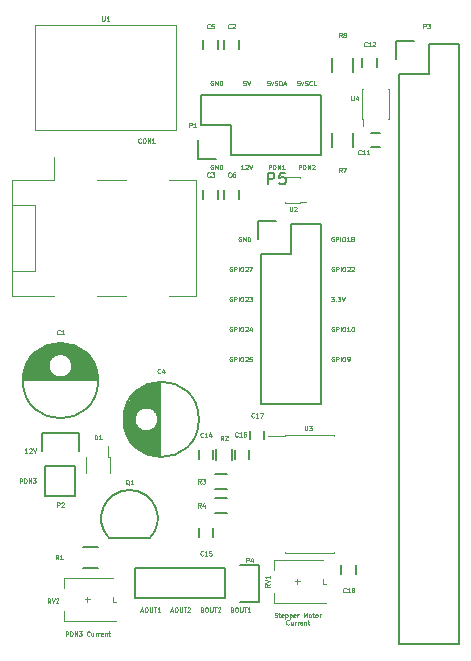
<source format=gbr>
G04 #@! TF.FileFunction,Legend,Top*
%FSLAX46Y46*%
G04 Gerber Fmt 4.6, Leading zero omitted, Abs format (unit mm)*
G04 Created by KiCad (PCBNEW 4.0.2-4+6225~38~ubuntu14.04.1-stable) date Wed 02 Mar 2016 03:50:32 PM CST*
%MOMM*%
G01*
G04 APERTURE LIST*
%ADD10C,0.100000*%
%ADD11C,0.076200*%
%ADD12C,0.150000*%
G04 APERTURE END LIST*
D10*
D11*
X146140714Y-130855357D02*
X146140714Y-130474357D01*
X146285857Y-130474357D01*
X146322143Y-130492500D01*
X146340286Y-130510643D01*
X146358429Y-130546929D01*
X146358429Y-130601357D01*
X146340286Y-130637643D01*
X146322143Y-130655786D01*
X146285857Y-130673929D01*
X146140714Y-130673929D01*
X146521714Y-130855357D02*
X146521714Y-130474357D01*
X146612429Y-130474357D01*
X146666857Y-130492500D01*
X146703143Y-130528786D01*
X146721286Y-130565071D01*
X146739429Y-130637643D01*
X146739429Y-130692071D01*
X146721286Y-130764643D01*
X146703143Y-130800929D01*
X146666857Y-130837214D01*
X146612429Y-130855357D01*
X146521714Y-130855357D01*
X146902714Y-130855357D02*
X146902714Y-130474357D01*
X147120429Y-130855357D01*
X147120429Y-130474357D01*
X147265572Y-130474357D02*
X147501429Y-130474357D01*
X147374429Y-130619500D01*
X147428857Y-130619500D01*
X147465143Y-130637643D01*
X147483286Y-130655786D01*
X147501429Y-130692071D01*
X147501429Y-130782786D01*
X147483286Y-130819071D01*
X147465143Y-130837214D01*
X147428857Y-130855357D01*
X147320000Y-130855357D01*
X147283714Y-130837214D01*
X147265572Y-130819071D01*
X146812001Y-128315357D02*
X146594286Y-128315357D01*
X146703144Y-128315357D02*
X146703144Y-127934357D01*
X146666858Y-127988786D01*
X146630572Y-128025071D01*
X146594286Y-128043214D01*
X146957143Y-127970643D02*
X146975286Y-127952500D01*
X147011572Y-127934357D01*
X147102286Y-127934357D01*
X147138572Y-127952500D01*
X147156715Y-127970643D01*
X147174858Y-128006929D01*
X147174858Y-128043214D01*
X147156715Y-128097643D01*
X146939001Y-128315357D01*
X147174858Y-128315357D01*
X147283715Y-127934357D02*
X147410715Y-128315357D01*
X147537715Y-127934357D01*
X167730715Y-142216414D02*
X167785144Y-142234557D01*
X167875858Y-142234557D01*
X167912144Y-142216414D01*
X167930287Y-142198271D01*
X167948430Y-142161986D01*
X167948430Y-142125700D01*
X167930287Y-142089414D01*
X167912144Y-142071271D01*
X167875858Y-142053129D01*
X167803287Y-142034986D01*
X167767001Y-142016843D01*
X167748858Y-141998700D01*
X167730715Y-141962414D01*
X167730715Y-141926129D01*
X167748858Y-141889843D01*
X167767001Y-141871700D01*
X167803287Y-141853557D01*
X167894001Y-141853557D01*
X167948430Y-141871700D01*
X168057287Y-141980557D02*
X168202430Y-141980557D01*
X168111715Y-141853557D02*
X168111715Y-142180129D01*
X168129858Y-142216414D01*
X168166144Y-142234557D01*
X168202430Y-142234557D01*
X168474572Y-142216414D02*
X168438286Y-142234557D01*
X168365715Y-142234557D01*
X168329429Y-142216414D01*
X168311286Y-142180129D01*
X168311286Y-142034986D01*
X168329429Y-141998700D01*
X168365715Y-141980557D01*
X168438286Y-141980557D01*
X168474572Y-141998700D01*
X168492715Y-142034986D01*
X168492715Y-142071271D01*
X168311286Y-142107557D01*
X168656000Y-141980557D02*
X168656000Y-142361557D01*
X168656000Y-141998700D02*
X168692286Y-141980557D01*
X168764857Y-141980557D01*
X168801143Y-141998700D01*
X168819286Y-142016843D01*
X168837429Y-142053129D01*
X168837429Y-142161986D01*
X168819286Y-142198271D01*
X168801143Y-142216414D01*
X168764857Y-142234557D01*
X168692286Y-142234557D01*
X168656000Y-142216414D01*
X169000714Y-141980557D02*
X169000714Y-142361557D01*
X169000714Y-141998700D02*
X169037000Y-141980557D01*
X169109571Y-141980557D01*
X169145857Y-141998700D01*
X169164000Y-142016843D01*
X169182143Y-142053129D01*
X169182143Y-142161986D01*
X169164000Y-142198271D01*
X169145857Y-142216414D01*
X169109571Y-142234557D01*
X169037000Y-142234557D01*
X169000714Y-142216414D01*
X169490571Y-142216414D02*
X169454285Y-142234557D01*
X169381714Y-142234557D01*
X169345428Y-142216414D01*
X169327285Y-142180129D01*
X169327285Y-142034986D01*
X169345428Y-141998700D01*
X169381714Y-141980557D01*
X169454285Y-141980557D01*
X169490571Y-141998700D01*
X169508714Y-142034986D01*
X169508714Y-142071271D01*
X169327285Y-142107557D01*
X169671999Y-142234557D02*
X169671999Y-141980557D01*
X169671999Y-142053129D02*
X169690142Y-142016843D01*
X169708285Y-141998700D01*
X169744571Y-141980557D01*
X169780856Y-141980557D01*
X170198142Y-142234557D02*
X170198142Y-141853557D01*
X170325142Y-142125700D01*
X170452142Y-141853557D01*
X170452142Y-142234557D01*
X170688000Y-142234557D02*
X170651714Y-142216414D01*
X170633571Y-142198271D01*
X170615428Y-142161986D01*
X170615428Y-142053129D01*
X170633571Y-142016843D01*
X170651714Y-141998700D01*
X170688000Y-141980557D01*
X170742428Y-141980557D01*
X170778714Y-141998700D01*
X170796857Y-142016843D01*
X170815000Y-142053129D01*
X170815000Y-142161986D01*
X170796857Y-142198271D01*
X170778714Y-142216414D01*
X170742428Y-142234557D01*
X170688000Y-142234557D01*
X170923857Y-141980557D02*
X171069000Y-141980557D01*
X170978285Y-141853557D02*
X170978285Y-142180129D01*
X170996428Y-142216414D01*
X171032714Y-142234557D01*
X171069000Y-142234557D01*
X171250428Y-142234557D02*
X171214142Y-142216414D01*
X171195999Y-142198271D01*
X171177856Y-142161986D01*
X171177856Y-142053129D01*
X171195999Y-142016843D01*
X171214142Y-141998700D01*
X171250428Y-141980557D01*
X171304856Y-141980557D01*
X171341142Y-141998700D01*
X171359285Y-142016843D01*
X171377428Y-142053129D01*
X171377428Y-142161986D01*
X171359285Y-142198271D01*
X171341142Y-142216414D01*
X171304856Y-142234557D01*
X171250428Y-142234557D01*
X171540713Y-142234557D02*
X171540713Y-141980557D01*
X171540713Y-142053129D02*
X171558856Y-142016843D01*
X171576999Y-141998700D01*
X171613285Y-141980557D01*
X171649570Y-141980557D01*
X168937216Y-142807871D02*
X168919073Y-142826014D01*
X168864644Y-142844157D01*
X168828358Y-142844157D01*
X168773930Y-142826014D01*
X168737644Y-142789729D01*
X168719501Y-142753443D01*
X168701358Y-142680871D01*
X168701358Y-142626443D01*
X168719501Y-142553871D01*
X168737644Y-142517586D01*
X168773930Y-142481300D01*
X168828358Y-142463157D01*
X168864644Y-142463157D01*
X168919073Y-142481300D01*
X168937216Y-142499443D01*
X169263787Y-142590157D02*
X169263787Y-142844157D01*
X169100501Y-142590157D02*
X169100501Y-142789729D01*
X169118644Y-142826014D01*
X169154930Y-142844157D01*
X169209358Y-142844157D01*
X169245644Y-142826014D01*
X169263787Y-142807871D01*
X169445215Y-142844157D02*
X169445215Y-142590157D01*
X169445215Y-142662729D02*
X169463358Y-142626443D01*
X169481501Y-142608300D01*
X169517787Y-142590157D01*
X169554072Y-142590157D01*
X169681072Y-142844157D02*
X169681072Y-142590157D01*
X169681072Y-142662729D02*
X169699215Y-142626443D01*
X169717358Y-142608300D01*
X169753644Y-142590157D01*
X169789929Y-142590157D01*
X170062072Y-142826014D02*
X170025786Y-142844157D01*
X169953215Y-142844157D01*
X169916929Y-142826014D01*
X169898786Y-142789729D01*
X169898786Y-142644586D01*
X169916929Y-142608300D01*
X169953215Y-142590157D01*
X170025786Y-142590157D01*
X170062072Y-142608300D01*
X170080215Y-142644586D01*
X170080215Y-142680871D01*
X169898786Y-142717157D01*
X170243500Y-142590157D02*
X170243500Y-142844157D01*
X170243500Y-142626443D02*
X170261643Y-142608300D01*
X170297929Y-142590157D01*
X170352357Y-142590157D01*
X170388643Y-142608300D01*
X170406786Y-142644586D01*
X170406786Y-142844157D01*
X170533786Y-142590157D02*
X170678929Y-142590157D01*
X170588214Y-142463157D02*
X170588214Y-142789729D01*
X170606357Y-142826014D01*
X170642643Y-142844157D01*
X170678929Y-142844157D01*
X150032358Y-143809357D02*
X150032358Y-143428357D01*
X150177501Y-143428357D01*
X150213787Y-143446500D01*
X150231930Y-143464643D01*
X150250073Y-143500929D01*
X150250073Y-143555357D01*
X150231930Y-143591643D01*
X150213787Y-143609786D01*
X150177501Y-143627929D01*
X150032358Y-143627929D01*
X150413358Y-143809357D02*
X150413358Y-143428357D01*
X150504073Y-143428357D01*
X150558501Y-143446500D01*
X150594787Y-143482786D01*
X150612930Y-143519071D01*
X150631073Y-143591643D01*
X150631073Y-143646071D01*
X150612930Y-143718643D01*
X150594787Y-143754929D01*
X150558501Y-143791214D01*
X150504073Y-143809357D01*
X150413358Y-143809357D01*
X150794358Y-143809357D02*
X150794358Y-143428357D01*
X151012073Y-143809357D01*
X151012073Y-143428357D01*
X151157216Y-143428357D02*
X151393073Y-143428357D01*
X151266073Y-143573500D01*
X151320501Y-143573500D01*
X151356787Y-143591643D01*
X151374930Y-143609786D01*
X151393073Y-143646071D01*
X151393073Y-143736786D01*
X151374930Y-143773071D01*
X151356787Y-143791214D01*
X151320501Y-143809357D01*
X151211644Y-143809357D01*
X151175358Y-143791214D01*
X151157216Y-143773071D01*
X152064359Y-143773071D02*
X152046216Y-143791214D01*
X151991787Y-143809357D01*
X151955501Y-143809357D01*
X151901073Y-143791214D01*
X151864787Y-143754929D01*
X151846644Y-143718643D01*
X151828501Y-143646071D01*
X151828501Y-143591643D01*
X151846644Y-143519071D01*
X151864787Y-143482786D01*
X151901073Y-143446500D01*
X151955501Y-143428357D01*
X151991787Y-143428357D01*
X152046216Y-143446500D01*
X152064359Y-143464643D01*
X152390930Y-143555357D02*
X152390930Y-143809357D01*
X152227644Y-143555357D02*
X152227644Y-143754929D01*
X152245787Y-143791214D01*
X152282073Y-143809357D01*
X152336501Y-143809357D01*
X152372787Y-143791214D01*
X152390930Y-143773071D01*
X152572358Y-143809357D02*
X152572358Y-143555357D01*
X152572358Y-143627929D02*
X152590501Y-143591643D01*
X152608644Y-143573500D01*
X152644930Y-143555357D01*
X152681215Y-143555357D01*
X152808215Y-143809357D02*
X152808215Y-143555357D01*
X152808215Y-143627929D02*
X152826358Y-143591643D01*
X152844501Y-143573500D01*
X152880787Y-143555357D01*
X152917072Y-143555357D01*
X153189215Y-143791214D02*
X153152929Y-143809357D01*
X153080358Y-143809357D01*
X153044072Y-143791214D01*
X153025929Y-143754929D01*
X153025929Y-143609786D01*
X153044072Y-143573500D01*
X153080358Y-143555357D01*
X153152929Y-143555357D01*
X153189215Y-143573500D01*
X153207358Y-143609786D01*
X153207358Y-143646071D01*
X153025929Y-143682357D01*
X153370643Y-143555357D02*
X153370643Y-143809357D01*
X153370643Y-143591643D02*
X153388786Y-143573500D01*
X153425072Y-143555357D01*
X153479500Y-143555357D01*
X153515786Y-143573500D01*
X153533929Y-143609786D01*
X153533929Y-143809357D01*
X153660929Y-143555357D02*
X153806072Y-143555357D01*
X153715357Y-143428357D02*
X153715357Y-143754929D01*
X153733500Y-143791214D01*
X153769786Y-143809357D01*
X153806072Y-143809357D01*
X164147500Y-141577786D02*
X164201929Y-141595929D01*
X164220072Y-141614071D01*
X164238215Y-141650357D01*
X164238215Y-141704786D01*
X164220072Y-141741071D01*
X164201929Y-141759214D01*
X164165643Y-141777357D01*
X164020500Y-141777357D01*
X164020500Y-141396357D01*
X164147500Y-141396357D01*
X164183786Y-141414500D01*
X164201929Y-141432643D01*
X164220072Y-141468929D01*
X164220072Y-141505214D01*
X164201929Y-141541500D01*
X164183786Y-141559643D01*
X164147500Y-141577786D01*
X164020500Y-141577786D01*
X164474072Y-141396357D02*
X164546643Y-141396357D01*
X164582929Y-141414500D01*
X164619215Y-141450786D01*
X164637357Y-141523357D01*
X164637357Y-141650357D01*
X164619215Y-141722929D01*
X164582929Y-141759214D01*
X164546643Y-141777357D01*
X164474072Y-141777357D01*
X164437786Y-141759214D01*
X164401500Y-141722929D01*
X164383357Y-141650357D01*
X164383357Y-141523357D01*
X164401500Y-141450786D01*
X164437786Y-141414500D01*
X164474072Y-141396357D01*
X164800643Y-141396357D02*
X164800643Y-141704786D01*
X164818786Y-141741071D01*
X164836929Y-141759214D01*
X164873215Y-141777357D01*
X164945786Y-141777357D01*
X164982072Y-141759214D01*
X165000215Y-141741071D01*
X165018358Y-141704786D01*
X165018358Y-141396357D01*
X165145358Y-141396357D02*
X165363072Y-141396357D01*
X165254215Y-141777357D02*
X165254215Y-141396357D01*
X165689644Y-141777357D02*
X165471929Y-141777357D01*
X165580787Y-141777357D02*
X165580787Y-141396357D01*
X165544501Y-141450786D01*
X165508215Y-141487071D01*
X165471929Y-141505214D01*
X161607500Y-141577786D02*
X161661929Y-141595929D01*
X161680072Y-141614071D01*
X161698215Y-141650357D01*
X161698215Y-141704786D01*
X161680072Y-141741071D01*
X161661929Y-141759214D01*
X161625643Y-141777357D01*
X161480500Y-141777357D01*
X161480500Y-141396357D01*
X161607500Y-141396357D01*
X161643786Y-141414500D01*
X161661929Y-141432643D01*
X161680072Y-141468929D01*
X161680072Y-141505214D01*
X161661929Y-141541500D01*
X161643786Y-141559643D01*
X161607500Y-141577786D01*
X161480500Y-141577786D01*
X161934072Y-141396357D02*
X162006643Y-141396357D01*
X162042929Y-141414500D01*
X162079215Y-141450786D01*
X162097357Y-141523357D01*
X162097357Y-141650357D01*
X162079215Y-141722929D01*
X162042929Y-141759214D01*
X162006643Y-141777357D01*
X161934072Y-141777357D01*
X161897786Y-141759214D01*
X161861500Y-141722929D01*
X161843357Y-141650357D01*
X161843357Y-141523357D01*
X161861500Y-141450786D01*
X161897786Y-141414500D01*
X161934072Y-141396357D01*
X162260643Y-141396357D02*
X162260643Y-141704786D01*
X162278786Y-141741071D01*
X162296929Y-141759214D01*
X162333215Y-141777357D01*
X162405786Y-141777357D01*
X162442072Y-141759214D01*
X162460215Y-141741071D01*
X162478358Y-141704786D01*
X162478358Y-141396357D01*
X162605358Y-141396357D02*
X162823072Y-141396357D01*
X162714215Y-141777357D02*
X162714215Y-141396357D01*
X162931929Y-141432643D02*
X162950072Y-141414500D01*
X162986358Y-141396357D01*
X163077072Y-141396357D01*
X163113358Y-141414500D01*
X163131501Y-141432643D01*
X163149644Y-141468929D01*
X163149644Y-141505214D01*
X163131501Y-141559643D01*
X162913787Y-141777357D01*
X163149644Y-141777357D01*
X158949571Y-141668500D02*
X159131000Y-141668500D01*
X158913286Y-141777357D02*
X159040286Y-141396357D01*
X159167286Y-141777357D01*
X159366857Y-141396357D02*
X159439428Y-141396357D01*
X159475714Y-141414500D01*
X159512000Y-141450786D01*
X159530142Y-141523357D01*
X159530142Y-141650357D01*
X159512000Y-141722929D01*
X159475714Y-141759214D01*
X159439428Y-141777357D01*
X159366857Y-141777357D01*
X159330571Y-141759214D01*
X159294285Y-141722929D01*
X159276142Y-141650357D01*
X159276142Y-141523357D01*
X159294285Y-141450786D01*
X159330571Y-141414500D01*
X159366857Y-141396357D01*
X159693428Y-141396357D02*
X159693428Y-141704786D01*
X159711571Y-141741071D01*
X159729714Y-141759214D01*
X159766000Y-141777357D01*
X159838571Y-141777357D01*
X159874857Y-141759214D01*
X159893000Y-141741071D01*
X159911143Y-141704786D01*
X159911143Y-141396357D01*
X160038143Y-141396357D02*
X160255857Y-141396357D01*
X160147000Y-141777357D02*
X160147000Y-141396357D01*
X160364714Y-141432643D02*
X160382857Y-141414500D01*
X160419143Y-141396357D01*
X160509857Y-141396357D01*
X160546143Y-141414500D01*
X160564286Y-141432643D01*
X160582429Y-141468929D01*
X160582429Y-141505214D01*
X160564286Y-141559643D01*
X160346572Y-141777357D01*
X160582429Y-141777357D01*
X156409571Y-141668500D02*
X156591000Y-141668500D01*
X156373286Y-141777357D02*
X156500286Y-141396357D01*
X156627286Y-141777357D01*
X156826857Y-141396357D02*
X156899428Y-141396357D01*
X156935714Y-141414500D01*
X156972000Y-141450786D01*
X156990142Y-141523357D01*
X156990142Y-141650357D01*
X156972000Y-141722929D01*
X156935714Y-141759214D01*
X156899428Y-141777357D01*
X156826857Y-141777357D01*
X156790571Y-141759214D01*
X156754285Y-141722929D01*
X156736142Y-141650357D01*
X156736142Y-141523357D01*
X156754285Y-141450786D01*
X156790571Y-141414500D01*
X156826857Y-141396357D01*
X157153428Y-141396357D02*
X157153428Y-141704786D01*
X157171571Y-141741071D01*
X157189714Y-141759214D01*
X157226000Y-141777357D01*
X157298571Y-141777357D01*
X157334857Y-141759214D01*
X157353000Y-141741071D01*
X157371143Y-141704786D01*
X157371143Y-141396357D01*
X157498143Y-141396357D02*
X157715857Y-141396357D01*
X157607000Y-141777357D02*
X157607000Y-141396357D01*
X158042429Y-141777357D02*
X157824714Y-141777357D01*
X157933572Y-141777357D02*
X157933572Y-141396357D01*
X157897286Y-141450786D01*
X157861000Y-141487071D01*
X157824714Y-141505214D01*
X169853429Y-96819357D02*
X169672000Y-96819357D01*
X169653857Y-97000786D01*
X169672000Y-96982643D01*
X169708286Y-96964500D01*
X169799000Y-96964500D01*
X169835286Y-96982643D01*
X169853429Y-97000786D01*
X169871572Y-97037071D01*
X169871572Y-97127786D01*
X169853429Y-97164071D01*
X169835286Y-97182214D01*
X169799000Y-97200357D01*
X169708286Y-97200357D01*
X169672000Y-97182214D01*
X169653857Y-97164071D01*
X169998572Y-96946357D02*
X170089286Y-97200357D01*
X170180000Y-96946357D01*
X170307000Y-97182214D02*
X170361429Y-97200357D01*
X170452143Y-97200357D01*
X170488429Y-97182214D01*
X170506572Y-97164071D01*
X170524715Y-97127786D01*
X170524715Y-97091500D01*
X170506572Y-97055214D01*
X170488429Y-97037071D01*
X170452143Y-97018929D01*
X170379572Y-97000786D01*
X170343286Y-96982643D01*
X170325143Y-96964500D01*
X170307000Y-96928214D01*
X170307000Y-96891929D01*
X170325143Y-96855643D01*
X170343286Y-96837500D01*
X170379572Y-96819357D01*
X170470286Y-96819357D01*
X170524715Y-96837500D01*
X170905715Y-97164071D02*
X170887572Y-97182214D01*
X170833143Y-97200357D01*
X170796857Y-97200357D01*
X170742429Y-97182214D01*
X170706143Y-97145929D01*
X170688000Y-97109643D01*
X170669857Y-97037071D01*
X170669857Y-96982643D01*
X170688000Y-96910071D01*
X170706143Y-96873786D01*
X170742429Y-96837500D01*
X170796857Y-96819357D01*
X170833143Y-96819357D01*
X170887572Y-96837500D01*
X170905715Y-96855643D01*
X171250429Y-97200357D02*
X171069000Y-97200357D01*
X171069000Y-96819357D01*
X167304358Y-96819357D02*
X167122929Y-96819357D01*
X167104786Y-97000786D01*
X167122929Y-96982643D01*
X167159215Y-96964500D01*
X167249929Y-96964500D01*
X167286215Y-96982643D01*
X167304358Y-97000786D01*
X167322501Y-97037071D01*
X167322501Y-97127786D01*
X167304358Y-97164071D01*
X167286215Y-97182214D01*
X167249929Y-97200357D01*
X167159215Y-97200357D01*
X167122929Y-97182214D01*
X167104786Y-97164071D01*
X167449501Y-96946357D02*
X167540215Y-97200357D01*
X167630929Y-96946357D01*
X167757929Y-97182214D02*
X167812358Y-97200357D01*
X167903072Y-97200357D01*
X167939358Y-97182214D01*
X167957501Y-97164071D01*
X167975644Y-97127786D01*
X167975644Y-97091500D01*
X167957501Y-97055214D01*
X167939358Y-97037071D01*
X167903072Y-97018929D01*
X167830501Y-97000786D01*
X167794215Y-96982643D01*
X167776072Y-96964500D01*
X167757929Y-96928214D01*
X167757929Y-96891929D01*
X167776072Y-96855643D01*
X167794215Y-96837500D01*
X167830501Y-96819357D01*
X167921215Y-96819357D01*
X167975644Y-96837500D01*
X168138929Y-97200357D02*
X168138929Y-96819357D01*
X168229644Y-96819357D01*
X168284072Y-96837500D01*
X168320358Y-96873786D01*
X168338501Y-96910071D01*
X168356644Y-96982643D01*
X168356644Y-97037071D01*
X168338501Y-97109643D01*
X168320358Y-97145929D01*
X168284072Y-97182214D01*
X168229644Y-97200357D01*
X168138929Y-97200357D01*
X168501786Y-97091500D02*
X168683215Y-97091500D01*
X168465501Y-97200357D02*
X168592501Y-96819357D01*
X168719501Y-97200357D01*
X165281429Y-96819357D02*
X165100000Y-96819357D01*
X165081857Y-97000786D01*
X165100000Y-96982643D01*
X165136286Y-96964500D01*
X165227000Y-96964500D01*
X165263286Y-96982643D01*
X165281429Y-97000786D01*
X165299572Y-97037071D01*
X165299572Y-97127786D01*
X165281429Y-97164071D01*
X165263286Y-97182214D01*
X165227000Y-97200357D01*
X165136286Y-97200357D01*
X165100000Y-97182214D01*
X165081857Y-97164071D01*
X165408429Y-96819357D02*
X165535429Y-97200357D01*
X165662429Y-96819357D01*
X162523715Y-96837500D02*
X162487429Y-96819357D01*
X162433000Y-96819357D01*
X162378572Y-96837500D01*
X162342286Y-96873786D01*
X162324143Y-96910071D01*
X162306000Y-96982643D01*
X162306000Y-97037071D01*
X162324143Y-97109643D01*
X162342286Y-97145929D01*
X162378572Y-97182214D01*
X162433000Y-97200357D01*
X162469286Y-97200357D01*
X162523715Y-97182214D01*
X162541858Y-97164071D01*
X162541858Y-97037071D01*
X162469286Y-97037071D01*
X162705143Y-97200357D02*
X162705143Y-96819357D01*
X162922858Y-97200357D01*
X162922858Y-96819357D01*
X163104286Y-97200357D02*
X163104286Y-96819357D01*
X163195001Y-96819357D01*
X163249429Y-96837500D01*
X163285715Y-96873786D01*
X163303858Y-96910071D01*
X163322001Y-96982643D01*
X163322001Y-97037071D01*
X163303858Y-97109643D01*
X163285715Y-97145929D01*
X163249429Y-97182214D01*
X163195001Y-97200357D01*
X163104286Y-97200357D01*
X169762714Y-104312357D02*
X169762714Y-103931357D01*
X169907857Y-103931357D01*
X169944143Y-103949500D01*
X169962286Y-103967643D01*
X169980429Y-104003929D01*
X169980429Y-104058357D01*
X169962286Y-104094643D01*
X169944143Y-104112786D01*
X169907857Y-104130929D01*
X169762714Y-104130929D01*
X170143714Y-104312357D02*
X170143714Y-103931357D01*
X170234429Y-103931357D01*
X170288857Y-103949500D01*
X170325143Y-103985786D01*
X170343286Y-104022071D01*
X170361429Y-104094643D01*
X170361429Y-104149071D01*
X170343286Y-104221643D01*
X170325143Y-104257929D01*
X170288857Y-104294214D01*
X170234429Y-104312357D01*
X170143714Y-104312357D01*
X170524714Y-104312357D02*
X170524714Y-103931357D01*
X170742429Y-104312357D01*
X170742429Y-103931357D01*
X170905714Y-103967643D02*
X170923857Y-103949500D01*
X170960143Y-103931357D01*
X171050857Y-103931357D01*
X171087143Y-103949500D01*
X171105286Y-103967643D01*
X171123429Y-104003929D01*
X171123429Y-104040214D01*
X171105286Y-104094643D01*
X170887572Y-104312357D01*
X171123429Y-104312357D01*
X167222714Y-104312357D02*
X167222714Y-103931357D01*
X167367857Y-103931357D01*
X167404143Y-103949500D01*
X167422286Y-103967643D01*
X167440429Y-104003929D01*
X167440429Y-104058357D01*
X167422286Y-104094643D01*
X167404143Y-104112786D01*
X167367857Y-104130929D01*
X167222714Y-104130929D01*
X167603714Y-104312357D02*
X167603714Y-103931357D01*
X167694429Y-103931357D01*
X167748857Y-103949500D01*
X167785143Y-103985786D01*
X167803286Y-104022071D01*
X167821429Y-104094643D01*
X167821429Y-104149071D01*
X167803286Y-104221643D01*
X167785143Y-104257929D01*
X167748857Y-104294214D01*
X167694429Y-104312357D01*
X167603714Y-104312357D01*
X167984714Y-104312357D02*
X167984714Y-103931357D01*
X168202429Y-104312357D01*
X168202429Y-103931357D01*
X168583429Y-104312357D02*
X168365714Y-104312357D01*
X168474572Y-104312357D02*
X168474572Y-103931357D01*
X168438286Y-103985786D01*
X168402000Y-104022071D01*
X168365714Y-104040214D01*
X165118144Y-104312357D02*
X164900429Y-104312357D01*
X165009287Y-104312357D02*
X165009287Y-103931357D01*
X164973001Y-103985786D01*
X164936715Y-104022071D01*
X164900429Y-104040214D01*
X165263286Y-103967643D02*
X165281429Y-103949500D01*
X165317715Y-103931357D01*
X165408429Y-103931357D01*
X165444715Y-103949500D01*
X165462858Y-103967643D01*
X165481001Y-104003929D01*
X165481001Y-104040214D01*
X165462858Y-104094643D01*
X165245144Y-104312357D01*
X165481001Y-104312357D01*
X165589858Y-103931357D02*
X165716858Y-104312357D01*
X165843858Y-103931357D01*
X162523715Y-103949500D02*
X162487429Y-103931357D01*
X162433000Y-103931357D01*
X162378572Y-103949500D01*
X162342286Y-103985786D01*
X162324143Y-104022071D01*
X162306000Y-104094643D01*
X162306000Y-104149071D01*
X162324143Y-104221643D01*
X162342286Y-104257929D01*
X162378572Y-104294214D01*
X162433000Y-104312357D01*
X162469286Y-104312357D01*
X162523715Y-104294214D01*
X162541858Y-104276071D01*
X162541858Y-104149071D01*
X162469286Y-104149071D01*
X162705143Y-104312357D02*
X162705143Y-103931357D01*
X162922858Y-104312357D01*
X162922858Y-103931357D01*
X163104286Y-104312357D02*
X163104286Y-103931357D01*
X163195001Y-103931357D01*
X163249429Y-103949500D01*
X163285715Y-103985786D01*
X163303858Y-104022071D01*
X163322001Y-104094643D01*
X163322001Y-104149071D01*
X163303858Y-104221643D01*
X163285715Y-104257929D01*
X163249429Y-104294214D01*
X163195001Y-104312357D01*
X163104286Y-104312357D01*
X164882286Y-110045500D02*
X164846000Y-110027357D01*
X164791571Y-110027357D01*
X164737143Y-110045500D01*
X164700857Y-110081786D01*
X164682714Y-110118071D01*
X164664571Y-110190643D01*
X164664571Y-110245071D01*
X164682714Y-110317643D01*
X164700857Y-110353929D01*
X164737143Y-110390214D01*
X164791571Y-110408357D01*
X164827857Y-110408357D01*
X164882286Y-110390214D01*
X164900429Y-110372071D01*
X164900429Y-110245071D01*
X164827857Y-110245071D01*
X165063714Y-110408357D02*
X165063714Y-110027357D01*
X165281429Y-110408357D01*
X165281429Y-110027357D01*
X165462857Y-110408357D02*
X165462857Y-110027357D01*
X165553572Y-110027357D01*
X165608000Y-110045500D01*
X165644286Y-110081786D01*
X165662429Y-110118071D01*
X165680572Y-110190643D01*
X165680572Y-110245071D01*
X165662429Y-110317643D01*
X165644286Y-110353929D01*
X165608000Y-110390214D01*
X165553572Y-110408357D01*
X165462857Y-110408357D01*
X172756286Y-120205500D02*
X172720000Y-120187357D01*
X172665571Y-120187357D01*
X172611143Y-120205500D01*
X172574857Y-120241786D01*
X172556714Y-120278071D01*
X172538571Y-120350643D01*
X172538571Y-120405071D01*
X172556714Y-120477643D01*
X172574857Y-120513929D01*
X172611143Y-120550214D01*
X172665571Y-120568357D01*
X172701857Y-120568357D01*
X172756286Y-120550214D01*
X172774429Y-120532071D01*
X172774429Y-120405071D01*
X172701857Y-120405071D01*
X172937714Y-120568357D02*
X172937714Y-120187357D01*
X173082857Y-120187357D01*
X173119143Y-120205500D01*
X173137286Y-120223643D01*
X173155429Y-120259929D01*
X173155429Y-120314357D01*
X173137286Y-120350643D01*
X173119143Y-120368786D01*
X173082857Y-120386929D01*
X172937714Y-120386929D01*
X173318714Y-120568357D02*
X173318714Y-120187357D01*
X173572715Y-120187357D02*
X173645286Y-120187357D01*
X173681572Y-120205500D01*
X173717858Y-120241786D01*
X173736000Y-120314357D01*
X173736000Y-120441357D01*
X173717858Y-120513929D01*
X173681572Y-120550214D01*
X173645286Y-120568357D01*
X173572715Y-120568357D01*
X173536429Y-120550214D01*
X173500143Y-120513929D01*
X173482000Y-120441357D01*
X173482000Y-120314357D01*
X173500143Y-120241786D01*
X173536429Y-120205500D01*
X173572715Y-120187357D01*
X173917429Y-120568357D02*
X173990001Y-120568357D01*
X174026286Y-120550214D01*
X174044429Y-120532071D01*
X174080715Y-120477643D01*
X174098858Y-120405071D01*
X174098858Y-120259929D01*
X174080715Y-120223643D01*
X174062572Y-120205500D01*
X174026286Y-120187357D01*
X173953715Y-120187357D01*
X173917429Y-120205500D01*
X173899286Y-120223643D01*
X173881143Y-120259929D01*
X173881143Y-120350643D01*
X173899286Y-120386929D01*
X173917429Y-120405071D01*
X173953715Y-120423214D01*
X174026286Y-120423214D01*
X174062572Y-120405071D01*
X174080715Y-120386929D01*
X174098858Y-120350643D01*
X164120286Y-120205500D02*
X164084000Y-120187357D01*
X164029571Y-120187357D01*
X163975143Y-120205500D01*
X163938857Y-120241786D01*
X163920714Y-120278071D01*
X163902571Y-120350643D01*
X163902571Y-120405071D01*
X163920714Y-120477643D01*
X163938857Y-120513929D01*
X163975143Y-120550214D01*
X164029571Y-120568357D01*
X164065857Y-120568357D01*
X164120286Y-120550214D01*
X164138429Y-120532071D01*
X164138429Y-120405071D01*
X164065857Y-120405071D01*
X164301714Y-120568357D02*
X164301714Y-120187357D01*
X164446857Y-120187357D01*
X164483143Y-120205500D01*
X164501286Y-120223643D01*
X164519429Y-120259929D01*
X164519429Y-120314357D01*
X164501286Y-120350643D01*
X164483143Y-120368786D01*
X164446857Y-120386929D01*
X164301714Y-120386929D01*
X164682714Y-120568357D02*
X164682714Y-120187357D01*
X164936715Y-120187357D02*
X165009286Y-120187357D01*
X165045572Y-120205500D01*
X165081858Y-120241786D01*
X165100000Y-120314357D01*
X165100000Y-120441357D01*
X165081858Y-120513929D01*
X165045572Y-120550214D01*
X165009286Y-120568357D01*
X164936715Y-120568357D01*
X164900429Y-120550214D01*
X164864143Y-120513929D01*
X164846000Y-120441357D01*
X164846000Y-120314357D01*
X164864143Y-120241786D01*
X164900429Y-120205500D01*
X164936715Y-120187357D01*
X165245143Y-120223643D02*
X165263286Y-120205500D01*
X165299572Y-120187357D01*
X165390286Y-120187357D01*
X165426572Y-120205500D01*
X165444715Y-120223643D01*
X165462858Y-120259929D01*
X165462858Y-120296214D01*
X165444715Y-120350643D01*
X165227001Y-120568357D01*
X165462858Y-120568357D01*
X165807572Y-120187357D02*
X165626143Y-120187357D01*
X165608000Y-120368786D01*
X165626143Y-120350643D01*
X165662429Y-120332500D01*
X165753143Y-120332500D01*
X165789429Y-120350643D01*
X165807572Y-120368786D01*
X165825715Y-120405071D01*
X165825715Y-120495786D01*
X165807572Y-120532071D01*
X165789429Y-120550214D01*
X165753143Y-120568357D01*
X165662429Y-120568357D01*
X165626143Y-120550214D01*
X165608000Y-120532071D01*
X172756286Y-117665500D02*
X172720000Y-117647357D01*
X172665571Y-117647357D01*
X172611143Y-117665500D01*
X172574857Y-117701786D01*
X172556714Y-117738071D01*
X172538571Y-117810643D01*
X172538571Y-117865071D01*
X172556714Y-117937643D01*
X172574857Y-117973929D01*
X172611143Y-118010214D01*
X172665571Y-118028357D01*
X172701857Y-118028357D01*
X172756286Y-118010214D01*
X172774429Y-117992071D01*
X172774429Y-117865071D01*
X172701857Y-117865071D01*
X172937714Y-118028357D02*
X172937714Y-117647357D01*
X173082857Y-117647357D01*
X173119143Y-117665500D01*
X173137286Y-117683643D01*
X173155429Y-117719929D01*
X173155429Y-117774357D01*
X173137286Y-117810643D01*
X173119143Y-117828786D01*
X173082857Y-117846929D01*
X172937714Y-117846929D01*
X173318714Y-118028357D02*
X173318714Y-117647357D01*
X173572715Y-117647357D02*
X173645286Y-117647357D01*
X173681572Y-117665500D01*
X173717858Y-117701786D01*
X173736000Y-117774357D01*
X173736000Y-117901357D01*
X173717858Y-117973929D01*
X173681572Y-118010214D01*
X173645286Y-118028357D01*
X173572715Y-118028357D01*
X173536429Y-118010214D01*
X173500143Y-117973929D01*
X173482000Y-117901357D01*
X173482000Y-117774357D01*
X173500143Y-117701786D01*
X173536429Y-117665500D01*
X173572715Y-117647357D01*
X174098858Y-118028357D02*
X173881143Y-118028357D01*
X173990001Y-118028357D02*
X173990001Y-117647357D01*
X173953715Y-117701786D01*
X173917429Y-117738071D01*
X173881143Y-117756214D01*
X174334715Y-117647357D02*
X174371000Y-117647357D01*
X174407286Y-117665500D01*
X174425429Y-117683643D01*
X174443572Y-117719929D01*
X174461715Y-117792500D01*
X174461715Y-117883214D01*
X174443572Y-117955786D01*
X174425429Y-117992071D01*
X174407286Y-118010214D01*
X174371000Y-118028357D01*
X174334715Y-118028357D01*
X174298429Y-118010214D01*
X174280286Y-117992071D01*
X174262143Y-117955786D01*
X174244000Y-117883214D01*
X174244000Y-117792500D01*
X174262143Y-117719929D01*
X174280286Y-117683643D01*
X174298429Y-117665500D01*
X174334715Y-117647357D01*
X164120286Y-117665500D02*
X164084000Y-117647357D01*
X164029571Y-117647357D01*
X163975143Y-117665500D01*
X163938857Y-117701786D01*
X163920714Y-117738071D01*
X163902571Y-117810643D01*
X163902571Y-117865071D01*
X163920714Y-117937643D01*
X163938857Y-117973929D01*
X163975143Y-118010214D01*
X164029571Y-118028357D01*
X164065857Y-118028357D01*
X164120286Y-118010214D01*
X164138429Y-117992071D01*
X164138429Y-117865071D01*
X164065857Y-117865071D01*
X164301714Y-118028357D02*
X164301714Y-117647357D01*
X164446857Y-117647357D01*
X164483143Y-117665500D01*
X164501286Y-117683643D01*
X164519429Y-117719929D01*
X164519429Y-117774357D01*
X164501286Y-117810643D01*
X164483143Y-117828786D01*
X164446857Y-117846929D01*
X164301714Y-117846929D01*
X164682714Y-118028357D02*
X164682714Y-117647357D01*
X164936715Y-117647357D02*
X165009286Y-117647357D01*
X165045572Y-117665500D01*
X165081858Y-117701786D01*
X165100000Y-117774357D01*
X165100000Y-117901357D01*
X165081858Y-117973929D01*
X165045572Y-118010214D01*
X165009286Y-118028357D01*
X164936715Y-118028357D01*
X164900429Y-118010214D01*
X164864143Y-117973929D01*
X164846000Y-117901357D01*
X164846000Y-117774357D01*
X164864143Y-117701786D01*
X164900429Y-117665500D01*
X164936715Y-117647357D01*
X165245143Y-117683643D02*
X165263286Y-117665500D01*
X165299572Y-117647357D01*
X165390286Y-117647357D01*
X165426572Y-117665500D01*
X165444715Y-117683643D01*
X165462858Y-117719929D01*
X165462858Y-117756214D01*
X165444715Y-117810643D01*
X165227001Y-118028357D01*
X165462858Y-118028357D01*
X165789429Y-117774357D02*
X165789429Y-118028357D01*
X165698715Y-117629214D02*
X165608000Y-117901357D01*
X165843858Y-117901357D01*
X172520429Y-115107357D02*
X172756286Y-115107357D01*
X172629286Y-115252500D01*
X172683714Y-115252500D01*
X172720000Y-115270643D01*
X172738143Y-115288786D01*
X172756286Y-115325071D01*
X172756286Y-115415786D01*
X172738143Y-115452071D01*
X172720000Y-115470214D01*
X172683714Y-115488357D01*
X172574857Y-115488357D01*
X172538571Y-115470214D01*
X172520429Y-115452071D01*
X172919571Y-115452071D02*
X172937714Y-115470214D01*
X172919571Y-115488357D01*
X172901428Y-115470214D01*
X172919571Y-115452071D01*
X172919571Y-115488357D01*
X173064715Y-115107357D02*
X173300572Y-115107357D01*
X173173572Y-115252500D01*
X173228000Y-115252500D01*
X173264286Y-115270643D01*
X173282429Y-115288786D01*
X173300572Y-115325071D01*
X173300572Y-115415786D01*
X173282429Y-115452071D01*
X173264286Y-115470214D01*
X173228000Y-115488357D01*
X173119143Y-115488357D01*
X173082857Y-115470214D01*
X173064715Y-115452071D01*
X173409429Y-115107357D02*
X173536429Y-115488357D01*
X173663429Y-115107357D01*
X164120286Y-115125500D02*
X164084000Y-115107357D01*
X164029571Y-115107357D01*
X163975143Y-115125500D01*
X163938857Y-115161786D01*
X163920714Y-115198071D01*
X163902571Y-115270643D01*
X163902571Y-115325071D01*
X163920714Y-115397643D01*
X163938857Y-115433929D01*
X163975143Y-115470214D01*
X164029571Y-115488357D01*
X164065857Y-115488357D01*
X164120286Y-115470214D01*
X164138429Y-115452071D01*
X164138429Y-115325071D01*
X164065857Y-115325071D01*
X164301714Y-115488357D02*
X164301714Y-115107357D01*
X164446857Y-115107357D01*
X164483143Y-115125500D01*
X164501286Y-115143643D01*
X164519429Y-115179929D01*
X164519429Y-115234357D01*
X164501286Y-115270643D01*
X164483143Y-115288786D01*
X164446857Y-115306929D01*
X164301714Y-115306929D01*
X164682714Y-115488357D02*
X164682714Y-115107357D01*
X164936715Y-115107357D02*
X165009286Y-115107357D01*
X165045572Y-115125500D01*
X165081858Y-115161786D01*
X165100000Y-115234357D01*
X165100000Y-115361357D01*
X165081858Y-115433929D01*
X165045572Y-115470214D01*
X165009286Y-115488357D01*
X164936715Y-115488357D01*
X164900429Y-115470214D01*
X164864143Y-115433929D01*
X164846000Y-115361357D01*
X164846000Y-115234357D01*
X164864143Y-115161786D01*
X164900429Y-115125500D01*
X164936715Y-115107357D01*
X165245143Y-115143643D02*
X165263286Y-115125500D01*
X165299572Y-115107357D01*
X165390286Y-115107357D01*
X165426572Y-115125500D01*
X165444715Y-115143643D01*
X165462858Y-115179929D01*
X165462858Y-115216214D01*
X165444715Y-115270643D01*
X165227001Y-115488357D01*
X165462858Y-115488357D01*
X165589858Y-115107357D02*
X165825715Y-115107357D01*
X165698715Y-115252500D01*
X165753143Y-115252500D01*
X165789429Y-115270643D01*
X165807572Y-115288786D01*
X165825715Y-115325071D01*
X165825715Y-115415786D01*
X165807572Y-115452071D01*
X165789429Y-115470214D01*
X165753143Y-115488357D01*
X165644286Y-115488357D01*
X165608000Y-115470214D01*
X165589858Y-115452071D01*
X172756286Y-112585500D02*
X172720000Y-112567357D01*
X172665571Y-112567357D01*
X172611143Y-112585500D01*
X172574857Y-112621786D01*
X172556714Y-112658071D01*
X172538571Y-112730643D01*
X172538571Y-112785071D01*
X172556714Y-112857643D01*
X172574857Y-112893929D01*
X172611143Y-112930214D01*
X172665571Y-112948357D01*
X172701857Y-112948357D01*
X172756286Y-112930214D01*
X172774429Y-112912071D01*
X172774429Y-112785071D01*
X172701857Y-112785071D01*
X172937714Y-112948357D02*
X172937714Y-112567357D01*
X173082857Y-112567357D01*
X173119143Y-112585500D01*
X173137286Y-112603643D01*
X173155429Y-112639929D01*
X173155429Y-112694357D01*
X173137286Y-112730643D01*
X173119143Y-112748786D01*
X173082857Y-112766929D01*
X172937714Y-112766929D01*
X173318714Y-112948357D02*
X173318714Y-112567357D01*
X173572715Y-112567357D02*
X173645286Y-112567357D01*
X173681572Y-112585500D01*
X173717858Y-112621786D01*
X173736000Y-112694357D01*
X173736000Y-112821357D01*
X173717858Y-112893929D01*
X173681572Y-112930214D01*
X173645286Y-112948357D01*
X173572715Y-112948357D01*
X173536429Y-112930214D01*
X173500143Y-112893929D01*
X173482000Y-112821357D01*
X173482000Y-112694357D01*
X173500143Y-112621786D01*
X173536429Y-112585500D01*
X173572715Y-112567357D01*
X173881143Y-112603643D02*
X173899286Y-112585500D01*
X173935572Y-112567357D01*
X174026286Y-112567357D01*
X174062572Y-112585500D01*
X174080715Y-112603643D01*
X174098858Y-112639929D01*
X174098858Y-112676214D01*
X174080715Y-112730643D01*
X173863001Y-112948357D01*
X174098858Y-112948357D01*
X174244000Y-112603643D02*
X174262143Y-112585500D01*
X174298429Y-112567357D01*
X174389143Y-112567357D01*
X174425429Y-112585500D01*
X174443572Y-112603643D01*
X174461715Y-112639929D01*
X174461715Y-112676214D01*
X174443572Y-112730643D01*
X174225858Y-112948357D01*
X174461715Y-112948357D01*
X164120286Y-112585500D02*
X164084000Y-112567357D01*
X164029571Y-112567357D01*
X163975143Y-112585500D01*
X163938857Y-112621786D01*
X163920714Y-112658071D01*
X163902571Y-112730643D01*
X163902571Y-112785071D01*
X163920714Y-112857643D01*
X163938857Y-112893929D01*
X163975143Y-112930214D01*
X164029571Y-112948357D01*
X164065857Y-112948357D01*
X164120286Y-112930214D01*
X164138429Y-112912071D01*
X164138429Y-112785071D01*
X164065857Y-112785071D01*
X164301714Y-112948357D02*
X164301714Y-112567357D01*
X164446857Y-112567357D01*
X164483143Y-112585500D01*
X164501286Y-112603643D01*
X164519429Y-112639929D01*
X164519429Y-112694357D01*
X164501286Y-112730643D01*
X164483143Y-112748786D01*
X164446857Y-112766929D01*
X164301714Y-112766929D01*
X164682714Y-112948357D02*
X164682714Y-112567357D01*
X164936715Y-112567357D02*
X165009286Y-112567357D01*
X165045572Y-112585500D01*
X165081858Y-112621786D01*
X165100000Y-112694357D01*
X165100000Y-112821357D01*
X165081858Y-112893929D01*
X165045572Y-112930214D01*
X165009286Y-112948357D01*
X164936715Y-112948357D01*
X164900429Y-112930214D01*
X164864143Y-112893929D01*
X164846000Y-112821357D01*
X164846000Y-112694357D01*
X164864143Y-112621786D01*
X164900429Y-112585500D01*
X164936715Y-112567357D01*
X165245143Y-112603643D02*
X165263286Y-112585500D01*
X165299572Y-112567357D01*
X165390286Y-112567357D01*
X165426572Y-112585500D01*
X165444715Y-112603643D01*
X165462858Y-112639929D01*
X165462858Y-112676214D01*
X165444715Y-112730643D01*
X165227001Y-112948357D01*
X165462858Y-112948357D01*
X165589858Y-112567357D02*
X165843858Y-112567357D01*
X165680572Y-112948357D01*
X172738143Y-110045500D02*
X172701857Y-110027357D01*
X172647428Y-110027357D01*
X172593000Y-110045500D01*
X172556714Y-110081786D01*
X172538571Y-110118071D01*
X172520428Y-110190643D01*
X172520428Y-110245071D01*
X172538571Y-110317643D01*
X172556714Y-110353929D01*
X172593000Y-110390214D01*
X172647428Y-110408357D01*
X172683714Y-110408357D01*
X172738143Y-110390214D01*
X172756286Y-110372071D01*
X172756286Y-110245071D01*
X172683714Y-110245071D01*
X172919571Y-110408357D02*
X172919571Y-110027357D01*
X173064714Y-110027357D01*
X173101000Y-110045500D01*
X173119143Y-110063643D01*
X173137286Y-110099929D01*
X173137286Y-110154357D01*
X173119143Y-110190643D01*
X173101000Y-110208786D01*
X173064714Y-110226929D01*
X172919571Y-110226929D01*
X173300571Y-110408357D02*
X173300571Y-110027357D01*
X173554572Y-110027357D02*
X173627143Y-110027357D01*
X173663429Y-110045500D01*
X173699715Y-110081786D01*
X173717857Y-110154357D01*
X173717857Y-110281357D01*
X173699715Y-110353929D01*
X173663429Y-110390214D01*
X173627143Y-110408357D01*
X173554572Y-110408357D01*
X173518286Y-110390214D01*
X173482000Y-110353929D01*
X173463857Y-110281357D01*
X173463857Y-110154357D01*
X173482000Y-110081786D01*
X173518286Y-110045500D01*
X173554572Y-110027357D01*
X174080715Y-110408357D02*
X173863000Y-110408357D01*
X173971858Y-110408357D02*
X173971858Y-110027357D01*
X173935572Y-110081786D01*
X173899286Y-110118071D01*
X173863000Y-110136214D01*
X174298429Y-110190643D02*
X174262143Y-110172500D01*
X174244000Y-110154357D01*
X174225857Y-110118071D01*
X174225857Y-110099929D01*
X174244000Y-110063643D01*
X174262143Y-110045500D01*
X174298429Y-110027357D01*
X174371000Y-110027357D01*
X174407286Y-110045500D01*
X174425429Y-110063643D01*
X174443572Y-110099929D01*
X174443572Y-110118071D01*
X174425429Y-110154357D01*
X174407286Y-110172500D01*
X174371000Y-110190643D01*
X174298429Y-110190643D01*
X174262143Y-110208786D01*
X174244000Y-110226929D01*
X174225857Y-110263214D01*
X174225857Y-110335786D01*
X174244000Y-110372071D01*
X174262143Y-110390214D01*
X174298429Y-110408357D01*
X174371000Y-110408357D01*
X174407286Y-110390214D01*
X174425429Y-110372071D01*
X174443572Y-110335786D01*
X174443572Y-110263214D01*
X174425429Y-110226929D01*
X174407286Y-110208786D01*
X174371000Y-110190643D01*
X168594000Y-136708800D02*
X168594000Y-136808800D01*
X168594000Y-136808800D02*
X172794000Y-136808800D01*
X172794000Y-136808800D02*
X172794000Y-136708800D01*
X167194000Y-126858800D02*
X168594000Y-126858800D01*
X168594000Y-126858800D02*
X168594000Y-126758800D01*
X168594000Y-126758800D02*
X172794000Y-126758800D01*
X172794000Y-126758800D02*
X172794000Y-126858800D01*
D12*
X183388000Y-144526000D02*
X183388000Y-93726000D01*
X178308000Y-96266000D02*
X178308000Y-144526000D01*
X183388000Y-144526000D02*
X178308000Y-144526000D01*
X183388000Y-93726000D02*
X180848000Y-93726000D01*
X179578000Y-93446000D02*
X178028000Y-93446000D01*
X180848000Y-93726000D02*
X180848000Y-96266000D01*
X180848000Y-96266000D02*
X178308000Y-96266000D01*
X178028000Y-93446000D02*
X178028000Y-94996000D01*
X172607000Y-96104000D02*
X172607000Y-94904000D01*
X174357000Y-94904000D02*
X174357000Y-96104000D01*
X162695000Y-130058800D02*
X163695000Y-130058800D01*
X163695000Y-131408800D02*
X162695000Y-131408800D01*
X162525000Y-128097800D02*
X162525000Y-128797800D01*
X161325000Y-128797800D02*
X161325000Y-128097800D01*
X164684000Y-93376000D02*
X164684000Y-94076000D01*
X163484000Y-94076000D02*
X163484000Y-93376000D01*
X161706000Y-106776000D02*
X161706000Y-106076000D01*
X162906000Y-106076000D02*
X162906000Y-106776000D01*
X175926000Y-101254000D02*
X176626000Y-101254000D01*
X176626000Y-102454000D02*
X175926000Y-102454000D01*
X176368000Y-94900000D02*
X176368000Y-95600000D01*
X175168000Y-95600000D02*
X175168000Y-94900000D01*
X161325000Y-135401800D02*
X161325000Y-134701800D01*
X162525000Y-134701800D02*
X162525000Y-135401800D01*
X165573000Y-128097800D02*
X165573000Y-128797800D01*
X164373000Y-128797800D02*
X164373000Y-128097800D01*
X165643000Y-127146800D02*
X165643000Y-126446800D01*
X166843000Y-126446800D02*
X166843000Y-127146800D01*
X174590000Y-137826000D02*
X174590000Y-138526000D01*
X173390000Y-138526000D02*
X173390000Y-137826000D01*
X163576000Y-138099800D02*
X155956000Y-138099800D01*
X163576000Y-140639800D02*
X155956000Y-140639800D01*
X166396000Y-140919800D02*
X164846000Y-140919800D01*
X155956000Y-138099800D02*
X155956000Y-140639800D01*
X163576000Y-140639800D02*
X163576000Y-138099800D01*
X164846000Y-137819800D02*
X166396000Y-137819800D01*
X166396000Y-137819800D02*
X166396000Y-140919800D01*
X162774000Y-128947800D02*
X162774000Y-127947800D01*
X164124000Y-127947800D02*
X164124000Y-128947800D01*
X162695000Y-132090800D02*
X163695000Y-132090800D01*
X163695000Y-133440800D02*
X162695000Y-133440800D01*
X174357000Y-101254000D02*
X174357000Y-102454000D01*
X172607000Y-102454000D02*
X172607000Y-101254000D01*
D11*
X159356000Y-101006000D02*
X159356000Y-92106000D01*
X147476000Y-101006000D02*
X147476000Y-92106000D01*
X159356000Y-92106000D02*
X147476000Y-92106000D01*
X155956000Y-101006000D02*
X159356000Y-101006000D01*
X147476000Y-101006000D02*
X155956000Y-101006000D01*
X175214000Y-100030000D02*
X175214000Y-100630000D01*
X177314000Y-97530000D02*
X177414000Y-97530000D01*
X177414000Y-97530000D02*
X177414000Y-100030000D01*
X177414000Y-100030000D02*
X177314000Y-100030000D01*
X175214000Y-97530000D02*
X175114000Y-97530000D01*
X175114000Y-97530000D02*
X175114000Y-100030000D01*
X175114000Y-100030000D02*
X175214000Y-100030000D01*
D12*
X150876000Y-129413000D02*
X150876000Y-131953000D01*
X151156000Y-126593000D02*
X151156000Y-128143000D01*
X150876000Y-129413000D02*
X148336000Y-129413000D01*
X148056000Y-128143000D02*
X148056000Y-126593000D01*
X148056000Y-126593000D02*
X151156000Y-126593000D01*
X148336000Y-129413000D02*
X148336000Y-131953000D01*
X148336000Y-131953000D02*
X150876000Y-131953000D01*
X153748000Y-135558000D02*
X157148000Y-135558000D01*
X153750944Y-135555056D02*
G75*
G02X155448000Y-131458000I1697056J1697056D01*
G01*
X157145056Y-135555056D02*
G75*
G03X155448000Y-131458000I-1697056J1697056D01*
G01*
D11*
X169880000Y-105080000D02*
X169880000Y-104980000D01*
X169880000Y-104980000D02*
X168580000Y-104980000D01*
X168580000Y-104980000D02*
X168580000Y-105080000D01*
X170380000Y-107080000D02*
X169880000Y-107080000D01*
X169880000Y-107080000D02*
X169880000Y-107180000D01*
X169880000Y-107180000D02*
X168580000Y-107180000D01*
X168580000Y-107180000D02*
X168580000Y-107080000D01*
X151765000Y-128651000D02*
X151765000Y-129984500D01*
X153797000Y-128651000D02*
X153797000Y-129984500D01*
X153797000Y-128651000D02*
X153670000Y-128651000D01*
X153670000Y-128651000D02*
X153670000Y-127762000D01*
D12*
X164084000Y-103124000D02*
X171704000Y-103124000D01*
X171704000Y-103124000D02*
X171704000Y-98044000D01*
X171704000Y-98044000D02*
X161544000Y-98044000D01*
X161544000Y-98044000D02*
X161544000Y-100584000D01*
X161264000Y-101854000D02*
X161264000Y-103404000D01*
X161544000Y-100584000D02*
X164084000Y-100584000D01*
X164084000Y-100584000D02*
X164084000Y-103124000D01*
X161264000Y-103404000D02*
X162814000Y-103404000D01*
D11*
X169672000Y-139392000D02*
X169672000Y-138992000D01*
X169472000Y-139192000D02*
X169872000Y-139192000D01*
X167672000Y-138192000D02*
X167672000Y-137392000D01*
X167672000Y-137392000D02*
X171872000Y-137392000D01*
X167672000Y-140892000D02*
X167672000Y-140992000D01*
X167672000Y-140992000D02*
X172072000Y-140992000D01*
X171872000Y-139392000D02*
X171872000Y-138992000D01*
X171872000Y-139392000D02*
X172072000Y-139392000D01*
X167672000Y-140192000D02*
X167672000Y-140892000D01*
X151892000Y-140916000D02*
X151892000Y-140516000D01*
X151692000Y-140716000D02*
X152092000Y-140716000D01*
X149892000Y-139716000D02*
X149892000Y-138916000D01*
X149892000Y-138916000D02*
X154092000Y-138916000D01*
X149892000Y-142416000D02*
X149892000Y-142516000D01*
X149892000Y-142516000D02*
X154292000Y-142516000D01*
X154092000Y-140916000D02*
X154092000Y-140516000D01*
X154092000Y-140916000D02*
X154292000Y-140916000D01*
X149892000Y-141716000D02*
X149892000Y-142416000D01*
D12*
X146457000Y-122119000D02*
X152755000Y-122119000D01*
X146463000Y-121979000D02*
X152749000Y-121979000D01*
X146476000Y-121839000D02*
X149160000Y-121839000D01*
X150052000Y-121839000D02*
X152736000Y-121839000D01*
X146495000Y-121699000D02*
X148950000Y-121699000D01*
X150262000Y-121699000D02*
X152717000Y-121699000D01*
X146521000Y-121559000D02*
X148817000Y-121559000D01*
X150395000Y-121559000D02*
X152691000Y-121559000D01*
X146553000Y-121419000D02*
X148726000Y-121419000D01*
X150486000Y-121419000D02*
X152659000Y-121419000D01*
X146592000Y-121279000D02*
X148664000Y-121279000D01*
X150548000Y-121279000D02*
X152620000Y-121279000D01*
X146638000Y-121139000D02*
X148625000Y-121139000D01*
X150587000Y-121139000D02*
X152574000Y-121139000D01*
X146691000Y-120999000D02*
X148608000Y-120999000D01*
X150604000Y-120999000D02*
X152521000Y-120999000D01*
X146753000Y-120859000D02*
X148610000Y-120859000D01*
X150602000Y-120859000D02*
X152459000Y-120859000D01*
X146823000Y-120719000D02*
X148632000Y-120719000D01*
X150580000Y-120719000D02*
X152389000Y-120719000D01*
X146902000Y-120579000D02*
X148675000Y-120579000D01*
X150537000Y-120579000D02*
X152310000Y-120579000D01*
X146990000Y-120439000D02*
X148743000Y-120439000D01*
X150469000Y-120439000D02*
X152222000Y-120439000D01*
X147090000Y-120299000D02*
X148842000Y-120299000D01*
X150370000Y-120299000D02*
X152122000Y-120299000D01*
X147202000Y-120159000D02*
X148987000Y-120159000D01*
X150225000Y-120159000D02*
X152010000Y-120159000D01*
X147327000Y-120019000D02*
X149226000Y-120019000D01*
X149986000Y-120019000D02*
X151885000Y-120019000D01*
X147470000Y-119879000D02*
X151742000Y-119879000D01*
X147632000Y-119739000D02*
X151580000Y-119739000D01*
X147820000Y-119599000D02*
X151392000Y-119599000D01*
X148043000Y-119459000D02*
X151169000Y-119459000D01*
X148319000Y-119319000D02*
X150893000Y-119319000D01*
X148694000Y-119179000D02*
X150518000Y-119179000D01*
X150606000Y-120944000D02*
G75*
G03X150606000Y-120944000I-1000000J0D01*
G01*
X152793500Y-122194000D02*
G75*
G03X152793500Y-122194000I-3187500J0D01*
G01*
X158060000Y-128625000D02*
X158060000Y-122327000D01*
X157920000Y-128619000D02*
X157920000Y-122333000D01*
X157780000Y-128606000D02*
X157780000Y-125922000D01*
X157780000Y-125030000D02*
X157780000Y-122346000D01*
X157640000Y-128587000D02*
X157640000Y-126132000D01*
X157640000Y-124820000D02*
X157640000Y-122365000D01*
X157500000Y-128561000D02*
X157500000Y-126265000D01*
X157500000Y-124687000D02*
X157500000Y-122391000D01*
X157360000Y-128529000D02*
X157360000Y-126356000D01*
X157360000Y-124596000D02*
X157360000Y-122423000D01*
X157220000Y-128490000D02*
X157220000Y-126418000D01*
X157220000Y-124534000D02*
X157220000Y-122462000D01*
X157080000Y-128444000D02*
X157080000Y-126457000D01*
X157080000Y-124495000D02*
X157080000Y-122508000D01*
X156940000Y-128391000D02*
X156940000Y-126474000D01*
X156940000Y-124478000D02*
X156940000Y-122561000D01*
X156800000Y-128329000D02*
X156800000Y-126472000D01*
X156800000Y-124480000D02*
X156800000Y-122623000D01*
X156660000Y-128259000D02*
X156660000Y-126450000D01*
X156660000Y-124502000D02*
X156660000Y-122693000D01*
X156520000Y-128180000D02*
X156520000Y-126407000D01*
X156520000Y-124545000D02*
X156520000Y-122772000D01*
X156380000Y-128092000D02*
X156380000Y-126339000D01*
X156380000Y-124613000D02*
X156380000Y-122860000D01*
X156240000Y-127992000D02*
X156240000Y-126240000D01*
X156240000Y-124712000D02*
X156240000Y-122960000D01*
X156100000Y-127880000D02*
X156100000Y-126095000D01*
X156100000Y-124857000D02*
X156100000Y-123072000D01*
X155960000Y-127755000D02*
X155960000Y-125856000D01*
X155960000Y-125096000D02*
X155960000Y-123197000D01*
X155820000Y-127612000D02*
X155820000Y-123340000D01*
X155680000Y-127450000D02*
X155680000Y-123502000D01*
X155540000Y-127262000D02*
X155540000Y-123690000D01*
X155400000Y-127039000D02*
X155400000Y-123913000D01*
X155260000Y-126763000D02*
X155260000Y-124189000D01*
X155120000Y-126388000D02*
X155120000Y-124564000D01*
X157885000Y-125476000D02*
G75*
G03X157885000Y-125476000I-1000000J0D01*
G01*
X161322500Y-125476000D02*
G75*
G03X161322500Y-125476000I-3187500J0D01*
G01*
X151546000Y-136285000D02*
X152746000Y-136285000D01*
X152746000Y-138035000D02*
X151546000Y-138035000D01*
X161706000Y-94076000D02*
X161706000Y-93376000D01*
X162906000Y-93376000D02*
X162906000Y-94076000D01*
X163484000Y-106776000D02*
X163484000Y-106076000D01*
X164684000Y-106076000D02*
X164684000Y-106776000D01*
D11*
X145476000Y-107294000D02*
X147476000Y-107294000D01*
X147476000Y-107294000D02*
X147476000Y-112894000D01*
X147476000Y-112894000D02*
X145476000Y-112894000D01*
X152676000Y-105194000D02*
X155176000Y-105194000D01*
X158776000Y-114994000D02*
X161076000Y-114994000D01*
X161076000Y-114994000D02*
X161076000Y-105194000D01*
X161076000Y-105194000D02*
X158776000Y-105194000D01*
X152676000Y-114994000D02*
X155176000Y-114994000D01*
X149076000Y-105194000D02*
X145476000Y-105194000D01*
X145476000Y-105194000D02*
X145476000Y-114994000D01*
X145476000Y-114994000D02*
X149076000Y-114994000D01*
X149076000Y-105194000D02*
X149076000Y-103294000D01*
D12*
X171704000Y-124206000D02*
X171704000Y-108966000D01*
X166624000Y-111506000D02*
X166624000Y-124206000D01*
X171704000Y-124206000D02*
X166624000Y-124206000D01*
X171704000Y-108966000D02*
X169164000Y-108966000D01*
X167894000Y-108686000D02*
X166344000Y-108686000D01*
X169164000Y-108966000D02*
X169164000Y-111506000D01*
X169164000Y-111506000D02*
X166624000Y-111506000D01*
X166344000Y-108686000D02*
X166344000Y-110236000D01*
D11*
X170270714Y-126029357D02*
X170270714Y-126337786D01*
X170288857Y-126374071D01*
X170307000Y-126392214D01*
X170343286Y-126410357D01*
X170415857Y-126410357D01*
X170452143Y-126392214D01*
X170470286Y-126374071D01*
X170488429Y-126337786D01*
X170488429Y-126029357D01*
X170633572Y-126029357D02*
X170869429Y-126029357D01*
X170742429Y-126174500D01*
X170796857Y-126174500D01*
X170833143Y-126192643D01*
X170851286Y-126210786D01*
X170869429Y-126247071D01*
X170869429Y-126337786D01*
X170851286Y-126374071D01*
X170833143Y-126392214D01*
X170796857Y-126410357D01*
X170688000Y-126410357D01*
X170651714Y-126392214D01*
X170633572Y-126374071D01*
X180312786Y-92374357D02*
X180312786Y-91993357D01*
X180457929Y-91993357D01*
X180494215Y-92011500D01*
X180512358Y-92029643D01*
X180530501Y-92065929D01*
X180530501Y-92120357D01*
X180512358Y-92156643D01*
X180494215Y-92174786D01*
X180457929Y-92192929D01*
X180312786Y-92192929D01*
X180657501Y-91993357D02*
X180893358Y-91993357D01*
X180766358Y-92138500D01*
X180820786Y-92138500D01*
X180857072Y-92156643D01*
X180875215Y-92174786D01*
X180893358Y-92211071D01*
X180893358Y-92301786D01*
X180875215Y-92338071D01*
X180857072Y-92356214D01*
X180820786Y-92374357D01*
X180711929Y-92374357D01*
X180675643Y-92356214D01*
X180657501Y-92338071D01*
X173418501Y-93136357D02*
X173291501Y-92954929D01*
X173200786Y-93136357D02*
X173200786Y-92755357D01*
X173345929Y-92755357D01*
X173382215Y-92773500D01*
X173400358Y-92791643D01*
X173418501Y-92827929D01*
X173418501Y-92882357D01*
X173400358Y-92918643D01*
X173382215Y-92936786D01*
X173345929Y-92954929D01*
X173200786Y-92954929D01*
X173636215Y-92918643D02*
X173599929Y-92900500D01*
X173581786Y-92882357D01*
X173563643Y-92846071D01*
X173563643Y-92827929D01*
X173581786Y-92791643D01*
X173599929Y-92773500D01*
X173636215Y-92755357D01*
X173708786Y-92755357D01*
X173745072Y-92773500D01*
X173763215Y-92791643D01*
X173781358Y-92827929D01*
X173781358Y-92846071D01*
X173763215Y-92882357D01*
X173745072Y-92900500D01*
X173708786Y-92918643D01*
X173636215Y-92918643D01*
X173599929Y-92936786D01*
X173581786Y-92954929D01*
X173563643Y-92991214D01*
X173563643Y-93063786D01*
X173581786Y-93100071D01*
X173599929Y-93118214D01*
X173636215Y-93136357D01*
X173708786Y-93136357D01*
X173745072Y-93118214D01*
X173763215Y-93100071D01*
X173781358Y-93063786D01*
X173781358Y-92991214D01*
X173763215Y-92954929D01*
X173745072Y-92936786D01*
X173708786Y-92918643D01*
X161480501Y-130906157D02*
X161353501Y-130724729D01*
X161262786Y-130906157D02*
X161262786Y-130525157D01*
X161407929Y-130525157D01*
X161444215Y-130543300D01*
X161462358Y-130561443D01*
X161480501Y-130597729D01*
X161480501Y-130652157D01*
X161462358Y-130688443D01*
X161444215Y-130706586D01*
X161407929Y-130724729D01*
X161262786Y-130724729D01*
X161607501Y-130525157D02*
X161843358Y-130525157D01*
X161716358Y-130670300D01*
X161770786Y-130670300D01*
X161807072Y-130688443D01*
X161825215Y-130706586D01*
X161843358Y-130742871D01*
X161843358Y-130833586D01*
X161825215Y-130869871D01*
X161807072Y-130888014D01*
X161770786Y-130906157D01*
X161661929Y-130906157D01*
X161625643Y-130888014D01*
X161607501Y-130869871D01*
X161680072Y-126932871D02*
X161661929Y-126951014D01*
X161607500Y-126969157D01*
X161571214Y-126969157D01*
X161516786Y-126951014D01*
X161480500Y-126914729D01*
X161462357Y-126878443D01*
X161444214Y-126805871D01*
X161444214Y-126751443D01*
X161462357Y-126678871D01*
X161480500Y-126642586D01*
X161516786Y-126606300D01*
X161571214Y-126588157D01*
X161607500Y-126588157D01*
X161661929Y-126606300D01*
X161680072Y-126624443D01*
X162042929Y-126969157D02*
X161825214Y-126969157D01*
X161934072Y-126969157D02*
X161934072Y-126588157D01*
X161897786Y-126642586D01*
X161861500Y-126678871D01*
X161825214Y-126697014D01*
X162369500Y-126715157D02*
X162369500Y-126969157D01*
X162278786Y-126570014D02*
X162188071Y-126842157D01*
X162423929Y-126842157D01*
X164020501Y-92338071D02*
X164002358Y-92356214D01*
X163947929Y-92374357D01*
X163911643Y-92374357D01*
X163857215Y-92356214D01*
X163820929Y-92319929D01*
X163802786Y-92283643D01*
X163784643Y-92211071D01*
X163784643Y-92156643D01*
X163802786Y-92084071D01*
X163820929Y-92047786D01*
X163857215Y-92011500D01*
X163911643Y-91993357D01*
X163947929Y-91993357D01*
X164002358Y-92011500D01*
X164020501Y-92029643D01*
X164165643Y-92029643D02*
X164183786Y-92011500D01*
X164220072Y-91993357D01*
X164310786Y-91993357D01*
X164347072Y-92011500D01*
X164365215Y-92029643D01*
X164383358Y-92065929D01*
X164383358Y-92102214D01*
X164365215Y-92156643D01*
X164147501Y-92374357D01*
X164383358Y-92374357D01*
X162242501Y-104911071D02*
X162224358Y-104929214D01*
X162169929Y-104947357D01*
X162133643Y-104947357D01*
X162079215Y-104929214D01*
X162042929Y-104892929D01*
X162024786Y-104856643D01*
X162006643Y-104784071D01*
X162006643Y-104729643D01*
X162024786Y-104657071D01*
X162042929Y-104620786D01*
X162079215Y-104584500D01*
X162133643Y-104566357D01*
X162169929Y-104566357D01*
X162224358Y-104584500D01*
X162242501Y-104602643D01*
X162369501Y-104566357D02*
X162605358Y-104566357D01*
X162478358Y-104711500D01*
X162532786Y-104711500D01*
X162569072Y-104729643D01*
X162587215Y-104747786D01*
X162605358Y-104784071D01*
X162605358Y-104874786D01*
X162587215Y-104911071D01*
X162569072Y-104929214D01*
X162532786Y-104947357D01*
X162423929Y-104947357D01*
X162387643Y-104929214D01*
X162369501Y-104911071D01*
X175015072Y-103006071D02*
X174996929Y-103024214D01*
X174942500Y-103042357D01*
X174906214Y-103042357D01*
X174851786Y-103024214D01*
X174815500Y-102987929D01*
X174797357Y-102951643D01*
X174779214Y-102879071D01*
X174779214Y-102824643D01*
X174797357Y-102752071D01*
X174815500Y-102715786D01*
X174851786Y-102679500D01*
X174906214Y-102661357D01*
X174942500Y-102661357D01*
X174996929Y-102679500D01*
X175015072Y-102697643D01*
X175377929Y-103042357D02*
X175160214Y-103042357D01*
X175269072Y-103042357D02*
X175269072Y-102661357D01*
X175232786Y-102715786D01*
X175196500Y-102752071D01*
X175160214Y-102770214D01*
X175740786Y-103042357D02*
X175523071Y-103042357D01*
X175631929Y-103042357D02*
X175631929Y-102661357D01*
X175595643Y-102715786D01*
X175559357Y-102752071D01*
X175523071Y-102770214D01*
X175523072Y-93862071D02*
X175504929Y-93880214D01*
X175450500Y-93898357D01*
X175414214Y-93898357D01*
X175359786Y-93880214D01*
X175323500Y-93843929D01*
X175305357Y-93807643D01*
X175287214Y-93735071D01*
X175287214Y-93680643D01*
X175305357Y-93608071D01*
X175323500Y-93571786D01*
X175359786Y-93535500D01*
X175414214Y-93517357D01*
X175450500Y-93517357D01*
X175504929Y-93535500D01*
X175523072Y-93553643D01*
X175885929Y-93898357D02*
X175668214Y-93898357D01*
X175777072Y-93898357D02*
X175777072Y-93517357D01*
X175740786Y-93571786D01*
X175704500Y-93608071D01*
X175668214Y-93626214D01*
X176031071Y-93553643D02*
X176049214Y-93535500D01*
X176085500Y-93517357D01*
X176176214Y-93517357D01*
X176212500Y-93535500D01*
X176230643Y-93553643D01*
X176248786Y-93589929D01*
X176248786Y-93626214D01*
X176230643Y-93680643D01*
X176012929Y-93898357D01*
X176248786Y-93898357D01*
X161680072Y-136965871D02*
X161661929Y-136984014D01*
X161607500Y-137002157D01*
X161571214Y-137002157D01*
X161516786Y-136984014D01*
X161480500Y-136947729D01*
X161462357Y-136911443D01*
X161444214Y-136838871D01*
X161444214Y-136784443D01*
X161462357Y-136711871D01*
X161480500Y-136675586D01*
X161516786Y-136639300D01*
X161571214Y-136621157D01*
X161607500Y-136621157D01*
X161661929Y-136639300D01*
X161680072Y-136657443D01*
X162042929Y-137002157D02*
X161825214Y-137002157D01*
X161934072Y-137002157D02*
X161934072Y-136621157D01*
X161897786Y-136675586D01*
X161861500Y-136711871D01*
X161825214Y-136730014D01*
X162387643Y-136621157D02*
X162206214Y-136621157D01*
X162188071Y-136802586D01*
X162206214Y-136784443D01*
X162242500Y-136766300D01*
X162333214Y-136766300D01*
X162369500Y-136784443D01*
X162387643Y-136802586D01*
X162405786Y-136838871D01*
X162405786Y-136929586D01*
X162387643Y-136965871D01*
X162369500Y-136984014D01*
X162333214Y-137002157D01*
X162242500Y-137002157D01*
X162206214Y-136984014D01*
X162188071Y-136965871D01*
X164601072Y-126907471D02*
X164582929Y-126925614D01*
X164528500Y-126943757D01*
X164492214Y-126943757D01*
X164437786Y-126925614D01*
X164401500Y-126889329D01*
X164383357Y-126853043D01*
X164365214Y-126780471D01*
X164365214Y-126726043D01*
X164383357Y-126653471D01*
X164401500Y-126617186D01*
X164437786Y-126580900D01*
X164492214Y-126562757D01*
X164528500Y-126562757D01*
X164582929Y-126580900D01*
X164601072Y-126599043D01*
X164963929Y-126943757D02*
X164746214Y-126943757D01*
X164855072Y-126943757D02*
X164855072Y-126562757D01*
X164818786Y-126617186D01*
X164782500Y-126653471D01*
X164746214Y-126671614D01*
X165290500Y-126562757D02*
X165217929Y-126562757D01*
X165181643Y-126580900D01*
X165163500Y-126599043D01*
X165127214Y-126653471D01*
X165109071Y-126726043D01*
X165109071Y-126871186D01*
X165127214Y-126907471D01*
X165145357Y-126925614D01*
X165181643Y-126943757D01*
X165254214Y-126943757D01*
X165290500Y-126925614D01*
X165308643Y-126907471D01*
X165326786Y-126871186D01*
X165326786Y-126780471D01*
X165308643Y-126744186D01*
X165290500Y-126726043D01*
X165254214Y-126707900D01*
X165181643Y-126707900D01*
X165145357Y-126726043D01*
X165127214Y-126744186D01*
X165109071Y-126780471D01*
X165998072Y-125281871D02*
X165979929Y-125300014D01*
X165925500Y-125318157D01*
X165889214Y-125318157D01*
X165834786Y-125300014D01*
X165798500Y-125263729D01*
X165780357Y-125227443D01*
X165762214Y-125154871D01*
X165762214Y-125100443D01*
X165780357Y-125027871D01*
X165798500Y-124991586D01*
X165834786Y-124955300D01*
X165889214Y-124937157D01*
X165925500Y-124937157D01*
X165979929Y-124955300D01*
X165998072Y-124973443D01*
X166360929Y-125318157D02*
X166143214Y-125318157D01*
X166252072Y-125318157D02*
X166252072Y-124937157D01*
X166215786Y-124991586D01*
X166179500Y-125027871D01*
X166143214Y-125046014D01*
X166487929Y-124937157D02*
X166741929Y-124937157D01*
X166578643Y-125318157D01*
X173745072Y-140090071D02*
X173726929Y-140108214D01*
X173672500Y-140126357D01*
X173636214Y-140126357D01*
X173581786Y-140108214D01*
X173545500Y-140071929D01*
X173527357Y-140035643D01*
X173509214Y-139963071D01*
X173509214Y-139908643D01*
X173527357Y-139836071D01*
X173545500Y-139799786D01*
X173581786Y-139763500D01*
X173636214Y-139745357D01*
X173672500Y-139745357D01*
X173726929Y-139763500D01*
X173745072Y-139781643D01*
X174107929Y-140126357D02*
X173890214Y-140126357D01*
X173999072Y-140126357D02*
X173999072Y-139745357D01*
X173962786Y-139799786D01*
X173926500Y-139836071D01*
X173890214Y-139854214D01*
X174325643Y-139908643D02*
X174289357Y-139890500D01*
X174271214Y-139872357D01*
X174253071Y-139836071D01*
X174253071Y-139817929D01*
X174271214Y-139781643D01*
X174289357Y-139763500D01*
X174325643Y-139745357D01*
X174398214Y-139745357D01*
X174434500Y-139763500D01*
X174452643Y-139781643D01*
X174470786Y-139817929D01*
X174470786Y-139836071D01*
X174452643Y-139872357D01*
X174434500Y-139890500D01*
X174398214Y-139908643D01*
X174325643Y-139908643D01*
X174289357Y-139926786D01*
X174271214Y-139944929D01*
X174253071Y-139981214D01*
X174253071Y-140053786D01*
X174271214Y-140090071D01*
X174289357Y-140108214D01*
X174325643Y-140126357D01*
X174398214Y-140126357D01*
X174434500Y-140108214D01*
X174452643Y-140090071D01*
X174470786Y-140053786D01*
X174470786Y-139981214D01*
X174452643Y-139944929D01*
X174434500Y-139926786D01*
X174398214Y-139908643D01*
X165326786Y-137586357D02*
X165326786Y-137205357D01*
X165471929Y-137205357D01*
X165508215Y-137223500D01*
X165526358Y-137241643D01*
X165544501Y-137277929D01*
X165544501Y-137332357D01*
X165526358Y-137368643D01*
X165508215Y-137386786D01*
X165471929Y-137404929D01*
X165326786Y-137404929D01*
X165871072Y-137332357D02*
X165871072Y-137586357D01*
X165780358Y-137187214D02*
X165689643Y-137459357D01*
X165925501Y-137459357D01*
X163385501Y-127223157D02*
X163258501Y-127041729D01*
X163167786Y-127223157D02*
X163167786Y-126842157D01*
X163312929Y-126842157D01*
X163349215Y-126860300D01*
X163367358Y-126878443D01*
X163385501Y-126914729D01*
X163385501Y-126969157D01*
X163367358Y-127005443D01*
X163349215Y-127023586D01*
X163312929Y-127041729D01*
X163167786Y-127041729D01*
X163530643Y-126878443D02*
X163548786Y-126860300D01*
X163585072Y-126842157D01*
X163675786Y-126842157D01*
X163712072Y-126860300D01*
X163730215Y-126878443D01*
X163748358Y-126914729D01*
X163748358Y-126951014D01*
X163730215Y-127005443D01*
X163512501Y-127223157D01*
X163748358Y-127223157D01*
X161480501Y-132938157D02*
X161353501Y-132756729D01*
X161262786Y-132938157D02*
X161262786Y-132557157D01*
X161407929Y-132557157D01*
X161444215Y-132575300D01*
X161462358Y-132593443D01*
X161480501Y-132629729D01*
X161480501Y-132684157D01*
X161462358Y-132720443D01*
X161444215Y-132738586D01*
X161407929Y-132756729D01*
X161262786Y-132756729D01*
X161807072Y-132684157D02*
X161807072Y-132938157D01*
X161716358Y-132539014D02*
X161625643Y-132811157D01*
X161861501Y-132811157D01*
X173418501Y-104566357D02*
X173291501Y-104384929D01*
X173200786Y-104566357D02*
X173200786Y-104185357D01*
X173345929Y-104185357D01*
X173382215Y-104203500D01*
X173400358Y-104221643D01*
X173418501Y-104257929D01*
X173418501Y-104312357D01*
X173400358Y-104348643D01*
X173382215Y-104366786D01*
X173345929Y-104384929D01*
X173200786Y-104384929D01*
X173545501Y-104185357D02*
X173799501Y-104185357D01*
X173636215Y-104566357D01*
X153125714Y-91358357D02*
X153125714Y-91666786D01*
X153143857Y-91703071D01*
X153162000Y-91721214D01*
X153198286Y-91739357D01*
X153270857Y-91739357D01*
X153307143Y-91721214D01*
X153325286Y-91703071D01*
X153343429Y-91666786D01*
X153343429Y-91358357D01*
X153724429Y-91739357D02*
X153506714Y-91739357D01*
X153615572Y-91739357D02*
X153615572Y-91358357D01*
X153579286Y-91412786D01*
X153543000Y-91449071D01*
X153506714Y-91467214D01*
X174207714Y-98089357D02*
X174207714Y-98397786D01*
X174225857Y-98434071D01*
X174244000Y-98452214D01*
X174280286Y-98470357D01*
X174352857Y-98470357D01*
X174389143Y-98452214D01*
X174407286Y-98434071D01*
X174425429Y-98397786D01*
X174425429Y-98089357D01*
X174770143Y-98216357D02*
X174770143Y-98470357D01*
X174679429Y-98071214D02*
X174588714Y-98343357D01*
X174824572Y-98343357D01*
X149324786Y-132887357D02*
X149324786Y-132506357D01*
X149469929Y-132506357D01*
X149506215Y-132524500D01*
X149524358Y-132542643D01*
X149542501Y-132578929D01*
X149542501Y-132633357D01*
X149524358Y-132669643D01*
X149506215Y-132687786D01*
X149469929Y-132705929D01*
X149324786Y-132705929D01*
X149687643Y-132542643D02*
X149705786Y-132524500D01*
X149742072Y-132506357D01*
X149832786Y-132506357D01*
X149869072Y-132524500D01*
X149887215Y-132542643D01*
X149905358Y-132578929D01*
X149905358Y-132615214D01*
X149887215Y-132669643D01*
X149669501Y-132887357D01*
X149905358Y-132887357D01*
X155411714Y-131018643D02*
X155375429Y-131000500D01*
X155339143Y-130964214D01*
X155284714Y-130909786D01*
X155248429Y-130891643D01*
X155212143Y-130891643D01*
X155230286Y-130982357D02*
X155194000Y-130964214D01*
X155157714Y-130927929D01*
X155139571Y-130855357D01*
X155139571Y-130728357D01*
X155157714Y-130655786D01*
X155194000Y-130619500D01*
X155230286Y-130601357D01*
X155302857Y-130601357D01*
X155339143Y-130619500D01*
X155375429Y-130655786D01*
X155393571Y-130728357D01*
X155393571Y-130855357D01*
X155375429Y-130927929D01*
X155339143Y-130964214D01*
X155302857Y-130982357D01*
X155230286Y-130982357D01*
X155756429Y-130982357D02*
X155538714Y-130982357D01*
X155647572Y-130982357D02*
X155647572Y-130601357D01*
X155611286Y-130655786D01*
X155575000Y-130692071D01*
X155538714Y-130710214D01*
X169000714Y-107487357D02*
X169000714Y-107795786D01*
X169018857Y-107832071D01*
X169037000Y-107850214D01*
X169073286Y-107868357D01*
X169145857Y-107868357D01*
X169182143Y-107850214D01*
X169200286Y-107832071D01*
X169218429Y-107795786D01*
X169218429Y-107487357D01*
X169381714Y-107523643D02*
X169399857Y-107505500D01*
X169436143Y-107487357D01*
X169526857Y-107487357D01*
X169563143Y-107505500D01*
X169581286Y-107523643D01*
X169599429Y-107559929D01*
X169599429Y-107596214D01*
X169581286Y-107650643D01*
X169363572Y-107868357D01*
X169599429Y-107868357D01*
X152499786Y-127172357D02*
X152499786Y-126791357D01*
X152590501Y-126791357D01*
X152644929Y-126809500D01*
X152681215Y-126845786D01*
X152699358Y-126882071D01*
X152717501Y-126954643D01*
X152717501Y-127009071D01*
X152699358Y-127081643D01*
X152681215Y-127117929D01*
X152644929Y-127154214D01*
X152590501Y-127172357D01*
X152499786Y-127172357D01*
X153080358Y-127172357D02*
X152862643Y-127172357D01*
X152971501Y-127172357D02*
X152971501Y-126791357D01*
X152935215Y-126845786D01*
X152898929Y-126882071D01*
X152862643Y-126900214D01*
X160500786Y-100756357D02*
X160500786Y-100375357D01*
X160645929Y-100375357D01*
X160682215Y-100393500D01*
X160700358Y-100411643D01*
X160718501Y-100447929D01*
X160718501Y-100502357D01*
X160700358Y-100538643D01*
X160682215Y-100556786D01*
X160645929Y-100574929D01*
X160500786Y-100574929D01*
X161081358Y-100756357D02*
X160863643Y-100756357D01*
X160972501Y-100756357D02*
X160972501Y-100375357D01*
X160936215Y-100429786D01*
X160899929Y-100466071D01*
X160863643Y-100484214D01*
X167304357Y-139418785D02*
X167122929Y-139545785D01*
X167304357Y-139636500D02*
X166923357Y-139636500D01*
X166923357Y-139491357D01*
X166941500Y-139455071D01*
X166959643Y-139436928D01*
X166995929Y-139418785D01*
X167050357Y-139418785D01*
X167086643Y-139436928D01*
X167104786Y-139455071D01*
X167122929Y-139491357D01*
X167122929Y-139636500D01*
X166923357Y-139309928D02*
X167304357Y-139182928D01*
X166923357Y-139055928D01*
X167304357Y-138729357D02*
X167304357Y-138947072D01*
X167304357Y-138838214D02*
X166923357Y-138838214D01*
X166977786Y-138874500D01*
X167014071Y-138910786D01*
X167032214Y-138947072D01*
X148744215Y-141015357D02*
X148617215Y-140833929D01*
X148526500Y-141015357D02*
X148526500Y-140634357D01*
X148671643Y-140634357D01*
X148707929Y-140652500D01*
X148726072Y-140670643D01*
X148744215Y-140706929D01*
X148744215Y-140761357D01*
X148726072Y-140797643D01*
X148707929Y-140815786D01*
X148671643Y-140833929D01*
X148526500Y-140833929D01*
X148853072Y-140634357D02*
X148980072Y-141015357D01*
X149107072Y-140634357D01*
X149215928Y-140670643D02*
X149234071Y-140652500D01*
X149270357Y-140634357D01*
X149361071Y-140634357D01*
X149397357Y-140652500D01*
X149415500Y-140670643D01*
X149433643Y-140706929D01*
X149433643Y-140743214D01*
X149415500Y-140797643D01*
X149197786Y-141015357D01*
X149433643Y-141015357D01*
X149542501Y-118246071D02*
X149524358Y-118264214D01*
X149469929Y-118282357D01*
X149433643Y-118282357D01*
X149379215Y-118264214D01*
X149342929Y-118227929D01*
X149324786Y-118191643D01*
X149306643Y-118119071D01*
X149306643Y-118064643D01*
X149324786Y-117992071D01*
X149342929Y-117955786D01*
X149379215Y-117919500D01*
X149433643Y-117901357D01*
X149469929Y-117901357D01*
X149524358Y-117919500D01*
X149542501Y-117937643D01*
X149905358Y-118282357D02*
X149687643Y-118282357D01*
X149796501Y-118282357D02*
X149796501Y-117901357D01*
X149760215Y-117955786D01*
X149723929Y-117992071D01*
X149687643Y-118010214D01*
X158051501Y-121548071D02*
X158033358Y-121566214D01*
X157978929Y-121584357D01*
X157942643Y-121584357D01*
X157888215Y-121566214D01*
X157851929Y-121529929D01*
X157833786Y-121493643D01*
X157815643Y-121421071D01*
X157815643Y-121366643D01*
X157833786Y-121294071D01*
X157851929Y-121257786D01*
X157888215Y-121221500D01*
X157942643Y-121203357D01*
X157978929Y-121203357D01*
X158033358Y-121221500D01*
X158051501Y-121239643D01*
X158378072Y-121330357D02*
X158378072Y-121584357D01*
X158287358Y-121185214D02*
X158196643Y-121457357D01*
X158432501Y-121457357D01*
X149415501Y-137332357D02*
X149288501Y-137150929D01*
X149197786Y-137332357D02*
X149197786Y-136951357D01*
X149342929Y-136951357D01*
X149379215Y-136969500D01*
X149397358Y-136987643D01*
X149415501Y-137023929D01*
X149415501Y-137078357D01*
X149397358Y-137114643D01*
X149379215Y-137132786D01*
X149342929Y-137150929D01*
X149197786Y-137150929D01*
X149778358Y-137332357D02*
X149560643Y-137332357D01*
X149669501Y-137332357D02*
X149669501Y-136951357D01*
X149633215Y-137005786D01*
X149596929Y-137042071D01*
X149560643Y-137060214D01*
X162242501Y-92338071D02*
X162224358Y-92356214D01*
X162169929Y-92374357D01*
X162133643Y-92374357D01*
X162079215Y-92356214D01*
X162042929Y-92319929D01*
X162024786Y-92283643D01*
X162006643Y-92211071D01*
X162006643Y-92156643D01*
X162024786Y-92084071D01*
X162042929Y-92047786D01*
X162079215Y-92011500D01*
X162133643Y-91993357D01*
X162169929Y-91993357D01*
X162224358Y-92011500D01*
X162242501Y-92029643D01*
X162587215Y-91993357D02*
X162405786Y-91993357D01*
X162387643Y-92174786D01*
X162405786Y-92156643D01*
X162442072Y-92138500D01*
X162532786Y-92138500D01*
X162569072Y-92156643D01*
X162587215Y-92174786D01*
X162605358Y-92211071D01*
X162605358Y-92301786D01*
X162587215Y-92338071D01*
X162569072Y-92356214D01*
X162532786Y-92374357D01*
X162442072Y-92374357D01*
X162405786Y-92356214D01*
X162387643Y-92338071D01*
X164020501Y-104911071D02*
X164002358Y-104929214D01*
X163947929Y-104947357D01*
X163911643Y-104947357D01*
X163857215Y-104929214D01*
X163820929Y-104892929D01*
X163802786Y-104856643D01*
X163784643Y-104784071D01*
X163784643Y-104729643D01*
X163802786Y-104657071D01*
X163820929Y-104620786D01*
X163857215Y-104584500D01*
X163911643Y-104566357D01*
X163947929Y-104566357D01*
X164002358Y-104584500D01*
X164020501Y-104602643D01*
X164347072Y-104566357D02*
X164274501Y-104566357D01*
X164238215Y-104584500D01*
X164220072Y-104602643D01*
X164183786Y-104657071D01*
X164165643Y-104729643D01*
X164165643Y-104874786D01*
X164183786Y-104911071D01*
X164201929Y-104929214D01*
X164238215Y-104947357D01*
X164310786Y-104947357D01*
X164347072Y-104929214D01*
X164365215Y-104911071D01*
X164383358Y-104874786D01*
X164383358Y-104784071D01*
X164365215Y-104747786D01*
X164347072Y-104729643D01*
X164310786Y-104711500D01*
X164238215Y-104711500D01*
X164201929Y-104729643D01*
X164183786Y-104747786D01*
X164165643Y-104784071D01*
X156413358Y-102030071D02*
X156395215Y-102048214D01*
X156340786Y-102066357D01*
X156304500Y-102066357D01*
X156250072Y-102048214D01*
X156213786Y-102011929D01*
X156195643Y-101975643D01*
X156177500Y-101903071D01*
X156177500Y-101848643D01*
X156195643Y-101776071D01*
X156213786Y-101739786D01*
X156250072Y-101703500D01*
X156304500Y-101685357D01*
X156340786Y-101685357D01*
X156395215Y-101703500D01*
X156413358Y-101721643D01*
X156649215Y-101685357D02*
X156721786Y-101685357D01*
X156758072Y-101703500D01*
X156794358Y-101739786D01*
X156812500Y-101812357D01*
X156812500Y-101939357D01*
X156794358Y-102011929D01*
X156758072Y-102048214D01*
X156721786Y-102066357D01*
X156649215Y-102066357D01*
X156612929Y-102048214D01*
X156576643Y-102011929D01*
X156558500Y-101939357D01*
X156558500Y-101812357D01*
X156576643Y-101739786D01*
X156612929Y-101703500D01*
X156649215Y-101685357D01*
X156975786Y-102066357D02*
X156975786Y-101685357D01*
X157193501Y-102066357D01*
X157193501Y-101685357D01*
X157574501Y-102066357D02*
X157356786Y-102066357D01*
X157465644Y-102066357D02*
X157465644Y-101685357D01*
X157429358Y-101739786D01*
X157393072Y-101776071D01*
X157356786Y-101794214D01*
D12*
X167155905Y-105588381D02*
X167155905Y-104588381D01*
X167536858Y-104588381D01*
X167632096Y-104636000D01*
X167679715Y-104683619D01*
X167727334Y-104778857D01*
X167727334Y-104921714D01*
X167679715Y-105016952D01*
X167632096Y-105064571D01*
X167536858Y-105112190D01*
X167155905Y-105112190D01*
X168632096Y-104588381D02*
X168155905Y-104588381D01*
X168108286Y-105064571D01*
X168155905Y-105016952D01*
X168251143Y-104969333D01*
X168489239Y-104969333D01*
X168584477Y-105016952D01*
X168632096Y-105064571D01*
X168679715Y-105159810D01*
X168679715Y-105397905D01*
X168632096Y-105493143D01*
X168584477Y-105540762D01*
X168489239Y-105588381D01*
X168251143Y-105588381D01*
X168155905Y-105540762D01*
X168108286Y-105493143D01*
M02*

</source>
